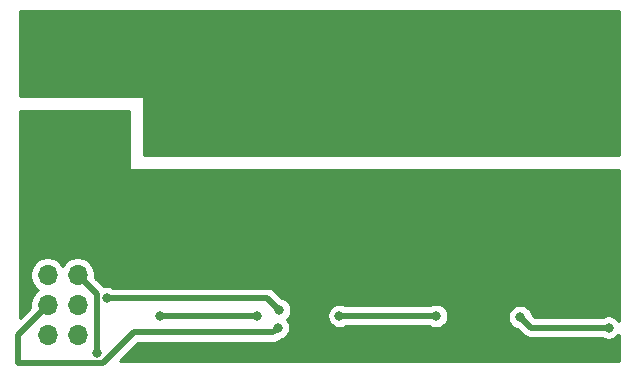
<source format=gbr>
G04 #@! TF.GenerationSoftware,KiCad,Pcbnew,(5.1.5-0)*
G04 #@! TF.CreationDate,2021-08-12T18:14:52-04:00*
G04 #@! TF.ProjectId,ESC_V3,4553435f-5633-42e6-9b69-6361645f7063,rev?*
G04 #@! TF.SameCoordinates,Original*
G04 #@! TF.FileFunction,Copper,L2,Bot*
G04 #@! TF.FilePolarity,Positive*
%FSLAX46Y46*%
G04 Gerber Fmt 4.6, Leading zero omitted, Abs format (unit mm)*
G04 Created by KiCad (PCBNEW (5.1.5-0)) date 2021-08-12 18:14:52*
%MOMM*%
%LPD*%
G04 APERTURE LIST*
%ADD10R,1.700000X1.700000*%
%ADD11O,1.700000X1.700000*%
%ADD12R,5.516000X5.516000*%
%ADD13C,5.516000*%
%ADD14C,0.800000*%
%ADD15C,0.500000*%
%ADD16C,0.254000*%
G04 APERTURE END LIST*
D10*
X107000000Y-85500000D03*
D11*
X109540000Y-85500000D03*
X107000000Y-88040000D03*
X109540000Y-88040000D03*
X107000000Y-90580000D03*
X109540000Y-90580000D03*
X107000000Y-93120000D03*
X109540000Y-93120000D03*
D12*
X109000000Y-77100000D03*
D13*
X109000000Y-69900000D03*
D14*
X145500000Y-77000000D03*
X146500000Y-77000000D03*
X131500000Y-77000000D03*
X132500000Y-77000000D03*
X133500000Y-77000000D03*
X118000000Y-77000000D03*
X119000000Y-77000000D03*
X120000000Y-77000000D03*
X117000000Y-77000000D03*
X116000000Y-77000000D03*
X116000000Y-76000000D03*
X117000000Y-76000000D03*
X118000000Y-76000000D03*
X119000000Y-76000000D03*
X120000000Y-76000000D03*
X120000000Y-75000000D03*
X119000000Y-75000000D03*
X118000000Y-75000000D03*
X117000000Y-75000000D03*
X116000000Y-75000000D03*
X116000000Y-74000000D03*
X117000000Y-74000000D03*
X118000000Y-74000000D03*
X119000000Y-74000000D03*
X120000000Y-74000000D03*
X130500000Y-77000000D03*
X129500000Y-77000000D03*
X129500000Y-76000000D03*
X130500000Y-76000000D03*
X131500000Y-76000000D03*
X132500000Y-76000000D03*
X133500000Y-76000000D03*
X133500000Y-75000000D03*
X132500000Y-75000000D03*
X131500000Y-75000000D03*
X130500000Y-75000000D03*
X129500000Y-75000000D03*
X129500000Y-74000000D03*
X130500000Y-74000000D03*
X131500000Y-74000000D03*
X132500000Y-74000000D03*
X133500000Y-74000000D03*
X147500000Y-77000000D03*
X144500000Y-77000000D03*
X143500000Y-77000000D03*
X143500000Y-76000000D03*
X144500000Y-76000000D03*
X145500000Y-76000000D03*
X146500000Y-76000000D03*
X147500000Y-76000000D03*
X147500000Y-75000000D03*
X146500000Y-75000000D03*
X145500000Y-75000000D03*
X144500000Y-75000000D03*
X143500000Y-75000000D03*
X143500000Y-74000000D03*
X144500000Y-74000000D03*
X145500000Y-74000000D03*
X146500000Y-74000000D03*
X147500000Y-74000000D03*
X150000000Y-84000000D03*
X149000000Y-84000000D03*
X148000000Y-84000000D03*
X147000000Y-84000000D03*
X146000000Y-84000000D03*
X146000000Y-83000000D03*
X147000000Y-83000000D03*
X148000000Y-83000000D03*
X149000000Y-83000000D03*
X150000000Y-83000000D03*
X150000000Y-82000000D03*
X149000000Y-82000000D03*
X148000000Y-82000000D03*
X147000000Y-82000000D03*
X146000000Y-82000000D03*
X146000000Y-81000000D03*
X147000000Y-81000000D03*
X148000000Y-81000000D03*
X149000000Y-81000000D03*
X150000000Y-81000000D03*
X150000000Y-80000000D03*
X149000000Y-80000000D03*
X148000000Y-80000000D03*
X147000000Y-80000000D03*
X146000000Y-80000000D03*
X136500000Y-84000000D03*
X135500000Y-84000000D03*
X134500000Y-84000000D03*
X133500000Y-84000000D03*
X132500000Y-84000000D03*
X132500000Y-83000000D03*
X133500000Y-83000000D03*
X134500000Y-83000000D03*
X135500000Y-83000000D03*
X136500000Y-83000000D03*
X136500000Y-82000000D03*
X135500000Y-82000000D03*
X134500000Y-82000000D03*
X133500000Y-82000000D03*
X132500000Y-82000000D03*
X132500000Y-81000000D03*
X133500000Y-81000000D03*
X134500000Y-81000000D03*
X135500000Y-81000000D03*
X136500000Y-81000000D03*
X136500000Y-80000000D03*
X135500000Y-80000000D03*
X134500000Y-80000000D03*
X133500000Y-80000000D03*
X132500000Y-80000000D03*
X122500000Y-84000000D03*
X121500000Y-84000000D03*
X120500000Y-84000000D03*
X119500000Y-84000000D03*
X118500000Y-84000000D03*
X118500000Y-83000000D03*
X119500000Y-83000000D03*
X120500000Y-83000000D03*
X121500000Y-83000000D03*
X122500000Y-83000000D03*
X122500000Y-82000000D03*
X121500000Y-82000000D03*
X120500000Y-82000000D03*
X119500000Y-82000000D03*
X118500000Y-82000000D03*
X118500000Y-81000000D03*
X119500000Y-81000000D03*
X120500000Y-81000000D03*
X121500000Y-81000000D03*
X122500000Y-81000000D03*
X122500000Y-80000000D03*
X121500000Y-80000000D03*
X120500000Y-80000000D03*
X119500000Y-80000000D03*
X118500000Y-80000000D03*
X115000000Y-86000000D03*
X130500000Y-93500000D03*
X129500000Y-86000000D03*
X146000000Y-93500000D03*
X145000000Y-86500000D03*
X117001041Y-88501041D03*
X124700000Y-91500000D03*
X116500000Y-91500000D03*
X139900000Y-91500000D03*
X131700000Y-91500000D03*
X154500000Y-92500000D03*
X147000000Y-91600000D03*
X111143042Y-94643042D03*
X126500000Y-92500000D03*
X126600021Y-91000000D03*
X112000000Y-90000000D03*
D15*
X124700000Y-91500000D02*
X116500000Y-91500000D01*
X139900000Y-91500000D02*
X131700000Y-91500000D01*
X147900000Y-92500000D02*
X147000000Y-91600000D01*
X154500000Y-92500000D02*
X147900000Y-92500000D01*
X111143042Y-89643042D02*
X109540000Y-88040000D01*
X111143042Y-94643042D02*
X111143042Y-89643042D01*
X104500000Y-93080000D02*
X107000000Y-90580000D01*
X104500000Y-95500000D02*
X104500000Y-93080000D01*
X111710055Y-95500000D02*
X104500000Y-95500000D01*
X126100001Y-92899999D02*
X114310056Y-92899999D01*
X114310056Y-92899999D02*
X111710055Y-95500000D01*
X126500000Y-92500000D02*
X126100001Y-92899999D01*
X125600021Y-90000000D02*
X112000000Y-90000000D01*
X126600021Y-91000000D02*
X125600021Y-90000000D01*
D16*
G36*
X155340000Y-77873000D02*
G01*
X115127000Y-77873000D01*
X115127000Y-73000000D01*
X115124560Y-72975224D01*
X115117333Y-72951399D01*
X115105597Y-72929443D01*
X115089803Y-72910197D01*
X115070557Y-72894403D01*
X115048601Y-72882667D01*
X115024776Y-72875440D01*
X115000000Y-72873000D01*
X104660000Y-72873000D01*
X104660000Y-65660000D01*
X155340000Y-65660000D01*
X155340000Y-77873000D01*
G37*
X155340000Y-77873000D02*
X115127000Y-77873000D01*
X115127000Y-73000000D01*
X115124560Y-72975224D01*
X115117333Y-72951399D01*
X115105597Y-72929443D01*
X115089803Y-72910197D01*
X115070557Y-72894403D01*
X115048601Y-72882667D01*
X115024776Y-72875440D01*
X115000000Y-72873000D01*
X104660000Y-72873000D01*
X104660000Y-65660000D01*
X155340000Y-65660000D01*
X155340000Y-77873000D01*
G36*
X113873000Y-79000000D02*
G01*
X113875440Y-79024776D01*
X113882667Y-79048601D01*
X113894403Y-79070557D01*
X113910197Y-79089803D01*
X113929443Y-79105597D01*
X113951399Y-79117333D01*
X113975224Y-79124560D01*
X114000000Y-79127000D01*
X155340001Y-79127000D01*
X155340001Y-91894200D01*
X155303937Y-91840226D01*
X155159774Y-91696063D01*
X154990256Y-91582795D01*
X154801898Y-91504774D01*
X154601939Y-91465000D01*
X154398061Y-91465000D01*
X154198102Y-91504774D01*
X154009744Y-91582795D01*
X153961546Y-91615000D01*
X148266579Y-91615000D01*
X148006535Y-91354957D01*
X147995226Y-91298102D01*
X147917205Y-91109744D01*
X147803937Y-90940226D01*
X147659774Y-90796063D01*
X147490256Y-90682795D01*
X147301898Y-90604774D01*
X147101939Y-90565000D01*
X146898061Y-90565000D01*
X146698102Y-90604774D01*
X146509744Y-90682795D01*
X146340226Y-90796063D01*
X146196063Y-90940226D01*
X146082795Y-91109744D01*
X146004774Y-91298102D01*
X145965000Y-91498061D01*
X145965000Y-91701939D01*
X146004774Y-91901898D01*
X146082795Y-92090256D01*
X146196063Y-92259774D01*
X146340226Y-92403937D01*
X146509744Y-92517205D01*
X146698102Y-92595226D01*
X146754957Y-92606535D01*
X147243470Y-93095049D01*
X147271183Y-93128817D01*
X147304951Y-93156530D01*
X147304953Y-93156532D01*
X147376452Y-93215210D01*
X147405941Y-93239411D01*
X147559687Y-93321589D01*
X147726510Y-93372195D01*
X147856523Y-93385000D01*
X147856533Y-93385000D01*
X147899999Y-93389281D01*
X147943465Y-93385000D01*
X153961546Y-93385000D01*
X154009744Y-93417205D01*
X154198102Y-93495226D01*
X154398061Y-93535000D01*
X154601939Y-93535000D01*
X154801898Y-93495226D01*
X154990256Y-93417205D01*
X155159774Y-93303937D01*
X155303937Y-93159774D01*
X155340001Y-93105800D01*
X155340001Y-95340000D01*
X113121633Y-95340000D01*
X114676635Y-93784999D01*
X126056532Y-93784999D01*
X126100001Y-93789280D01*
X126143470Y-93784999D01*
X126143478Y-93784999D01*
X126273491Y-93772194D01*
X126440314Y-93721588D01*
X126594060Y-93639410D01*
X126728818Y-93528816D01*
X126747506Y-93506045D01*
X126801898Y-93495226D01*
X126990256Y-93417205D01*
X127159774Y-93303937D01*
X127303937Y-93159774D01*
X127417205Y-92990256D01*
X127495226Y-92801898D01*
X127535000Y-92601939D01*
X127535000Y-92398061D01*
X127495226Y-92198102D01*
X127417205Y-92009744D01*
X127303937Y-91840226D01*
X127263722Y-91800011D01*
X127403958Y-91659774D01*
X127517226Y-91490256D01*
X127555414Y-91398061D01*
X130665000Y-91398061D01*
X130665000Y-91601939D01*
X130704774Y-91801898D01*
X130782795Y-91990256D01*
X130896063Y-92159774D01*
X131040226Y-92303937D01*
X131209744Y-92417205D01*
X131398102Y-92495226D01*
X131598061Y-92535000D01*
X131801939Y-92535000D01*
X132001898Y-92495226D01*
X132190256Y-92417205D01*
X132238454Y-92385000D01*
X139361546Y-92385000D01*
X139409744Y-92417205D01*
X139598102Y-92495226D01*
X139798061Y-92535000D01*
X140001939Y-92535000D01*
X140201898Y-92495226D01*
X140390256Y-92417205D01*
X140559774Y-92303937D01*
X140703937Y-92159774D01*
X140817205Y-91990256D01*
X140895226Y-91801898D01*
X140935000Y-91601939D01*
X140935000Y-91398061D01*
X140895226Y-91198102D01*
X140817205Y-91009744D01*
X140703937Y-90840226D01*
X140559774Y-90696063D01*
X140390256Y-90582795D01*
X140201898Y-90504774D01*
X140001939Y-90465000D01*
X139798061Y-90465000D01*
X139598102Y-90504774D01*
X139409744Y-90582795D01*
X139361546Y-90615000D01*
X132238454Y-90615000D01*
X132190256Y-90582795D01*
X132001898Y-90504774D01*
X131801939Y-90465000D01*
X131598061Y-90465000D01*
X131398102Y-90504774D01*
X131209744Y-90582795D01*
X131040226Y-90696063D01*
X130896063Y-90840226D01*
X130782795Y-91009744D01*
X130704774Y-91198102D01*
X130665000Y-91398061D01*
X127555414Y-91398061D01*
X127595247Y-91301898D01*
X127635021Y-91101939D01*
X127635021Y-90898061D01*
X127595247Y-90698102D01*
X127517226Y-90509744D01*
X127403958Y-90340226D01*
X127259795Y-90196063D01*
X127090277Y-90082795D01*
X126901919Y-90004774D01*
X126845065Y-89993465D01*
X126256555Y-89404956D01*
X126228838Y-89371183D01*
X126094080Y-89260589D01*
X125940334Y-89178411D01*
X125773511Y-89127805D01*
X125643498Y-89115000D01*
X125643490Y-89115000D01*
X125600021Y-89110719D01*
X125556552Y-89115000D01*
X112538454Y-89115000D01*
X112490256Y-89082795D01*
X112301898Y-89004774D01*
X112101939Y-88965000D01*
X111898061Y-88965000D01*
X111748201Y-88994809D01*
X111738091Y-88986512D01*
X111010539Y-88258960D01*
X111025000Y-88186260D01*
X111025000Y-87893740D01*
X110967932Y-87606842D01*
X110855990Y-87336589D01*
X110693475Y-87093368D01*
X110486632Y-86886525D01*
X110243411Y-86724010D01*
X109973158Y-86612068D01*
X109686260Y-86555000D01*
X109393740Y-86555000D01*
X109106842Y-86612068D01*
X108836589Y-86724010D01*
X108593368Y-86886525D01*
X108386525Y-87093368D01*
X108270000Y-87267760D01*
X108153475Y-87093368D01*
X107946632Y-86886525D01*
X107703411Y-86724010D01*
X107433158Y-86612068D01*
X107146260Y-86555000D01*
X106853740Y-86555000D01*
X106566842Y-86612068D01*
X106296589Y-86724010D01*
X106053368Y-86886525D01*
X105846525Y-87093368D01*
X105684010Y-87336589D01*
X105572068Y-87606842D01*
X105515000Y-87893740D01*
X105515000Y-88186260D01*
X105572068Y-88473158D01*
X105684010Y-88743411D01*
X105846525Y-88986632D01*
X106053368Y-89193475D01*
X106227760Y-89310000D01*
X106053368Y-89426525D01*
X105846525Y-89633368D01*
X105684010Y-89876589D01*
X105572068Y-90146842D01*
X105515000Y-90433740D01*
X105515000Y-90726260D01*
X105529461Y-90798960D01*
X104660000Y-91668422D01*
X104660000Y-74127000D01*
X113873000Y-74127000D01*
X113873000Y-79000000D01*
G37*
X113873000Y-79000000D02*
X113875440Y-79024776D01*
X113882667Y-79048601D01*
X113894403Y-79070557D01*
X113910197Y-79089803D01*
X113929443Y-79105597D01*
X113951399Y-79117333D01*
X113975224Y-79124560D01*
X114000000Y-79127000D01*
X155340001Y-79127000D01*
X155340001Y-91894200D01*
X155303937Y-91840226D01*
X155159774Y-91696063D01*
X154990256Y-91582795D01*
X154801898Y-91504774D01*
X154601939Y-91465000D01*
X154398061Y-91465000D01*
X154198102Y-91504774D01*
X154009744Y-91582795D01*
X153961546Y-91615000D01*
X148266579Y-91615000D01*
X148006535Y-91354957D01*
X147995226Y-91298102D01*
X147917205Y-91109744D01*
X147803937Y-90940226D01*
X147659774Y-90796063D01*
X147490256Y-90682795D01*
X147301898Y-90604774D01*
X147101939Y-90565000D01*
X146898061Y-90565000D01*
X146698102Y-90604774D01*
X146509744Y-90682795D01*
X146340226Y-90796063D01*
X146196063Y-90940226D01*
X146082795Y-91109744D01*
X146004774Y-91298102D01*
X145965000Y-91498061D01*
X145965000Y-91701939D01*
X146004774Y-91901898D01*
X146082795Y-92090256D01*
X146196063Y-92259774D01*
X146340226Y-92403937D01*
X146509744Y-92517205D01*
X146698102Y-92595226D01*
X146754957Y-92606535D01*
X147243470Y-93095049D01*
X147271183Y-93128817D01*
X147304951Y-93156530D01*
X147304953Y-93156532D01*
X147376452Y-93215210D01*
X147405941Y-93239411D01*
X147559687Y-93321589D01*
X147726510Y-93372195D01*
X147856523Y-93385000D01*
X147856533Y-93385000D01*
X147899999Y-93389281D01*
X147943465Y-93385000D01*
X153961546Y-93385000D01*
X154009744Y-93417205D01*
X154198102Y-93495226D01*
X154398061Y-93535000D01*
X154601939Y-93535000D01*
X154801898Y-93495226D01*
X154990256Y-93417205D01*
X155159774Y-93303937D01*
X155303937Y-93159774D01*
X155340001Y-93105800D01*
X155340001Y-95340000D01*
X113121633Y-95340000D01*
X114676635Y-93784999D01*
X126056532Y-93784999D01*
X126100001Y-93789280D01*
X126143470Y-93784999D01*
X126143478Y-93784999D01*
X126273491Y-93772194D01*
X126440314Y-93721588D01*
X126594060Y-93639410D01*
X126728818Y-93528816D01*
X126747506Y-93506045D01*
X126801898Y-93495226D01*
X126990256Y-93417205D01*
X127159774Y-93303937D01*
X127303937Y-93159774D01*
X127417205Y-92990256D01*
X127495226Y-92801898D01*
X127535000Y-92601939D01*
X127535000Y-92398061D01*
X127495226Y-92198102D01*
X127417205Y-92009744D01*
X127303937Y-91840226D01*
X127263722Y-91800011D01*
X127403958Y-91659774D01*
X127517226Y-91490256D01*
X127555414Y-91398061D01*
X130665000Y-91398061D01*
X130665000Y-91601939D01*
X130704774Y-91801898D01*
X130782795Y-91990256D01*
X130896063Y-92159774D01*
X131040226Y-92303937D01*
X131209744Y-92417205D01*
X131398102Y-92495226D01*
X131598061Y-92535000D01*
X131801939Y-92535000D01*
X132001898Y-92495226D01*
X132190256Y-92417205D01*
X132238454Y-92385000D01*
X139361546Y-92385000D01*
X139409744Y-92417205D01*
X139598102Y-92495226D01*
X139798061Y-92535000D01*
X140001939Y-92535000D01*
X140201898Y-92495226D01*
X140390256Y-92417205D01*
X140559774Y-92303937D01*
X140703937Y-92159774D01*
X140817205Y-91990256D01*
X140895226Y-91801898D01*
X140935000Y-91601939D01*
X140935000Y-91398061D01*
X140895226Y-91198102D01*
X140817205Y-91009744D01*
X140703937Y-90840226D01*
X140559774Y-90696063D01*
X140390256Y-90582795D01*
X140201898Y-90504774D01*
X140001939Y-90465000D01*
X139798061Y-90465000D01*
X139598102Y-90504774D01*
X139409744Y-90582795D01*
X139361546Y-90615000D01*
X132238454Y-90615000D01*
X132190256Y-90582795D01*
X132001898Y-90504774D01*
X131801939Y-90465000D01*
X131598061Y-90465000D01*
X131398102Y-90504774D01*
X131209744Y-90582795D01*
X131040226Y-90696063D01*
X130896063Y-90840226D01*
X130782795Y-91009744D01*
X130704774Y-91198102D01*
X130665000Y-91398061D01*
X127555414Y-91398061D01*
X127595247Y-91301898D01*
X127635021Y-91101939D01*
X127635021Y-90898061D01*
X127595247Y-90698102D01*
X127517226Y-90509744D01*
X127403958Y-90340226D01*
X127259795Y-90196063D01*
X127090277Y-90082795D01*
X126901919Y-90004774D01*
X126845065Y-89993465D01*
X126256555Y-89404956D01*
X126228838Y-89371183D01*
X126094080Y-89260589D01*
X125940334Y-89178411D01*
X125773511Y-89127805D01*
X125643498Y-89115000D01*
X125643490Y-89115000D01*
X125600021Y-89110719D01*
X125556552Y-89115000D01*
X112538454Y-89115000D01*
X112490256Y-89082795D01*
X112301898Y-89004774D01*
X112101939Y-88965000D01*
X111898061Y-88965000D01*
X111748201Y-88994809D01*
X111738091Y-88986512D01*
X111010539Y-88258960D01*
X111025000Y-88186260D01*
X111025000Y-87893740D01*
X110967932Y-87606842D01*
X110855990Y-87336589D01*
X110693475Y-87093368D01*
X110486632Y-86886525D01*
X110243411Y-86724010D01*
X109973158Y-86612068D01*
X109686260Y-86555000D01*
X109393740Y-86555000D01*
X109106842Y-86612068D01*
X108836589Y-86724010D01*
X108593368Y-86886525D01*
X108386525Y-87093368D01*
X108270000Y-87267760D01*
X108153475Y-87093368D01*
X107946632Y-86886525D01*
X107703411Y-86724010D01*
X107433158Y-86612068D01*
X107146260Y-86555000D01*
X106853740Y-86555000D01*
X106566842Y-86612068D01*
X106296589Y-86724010D01*
X106053368Y-86886525D01*
X105846525Y-87093368D01*
X105684010Y-87336589D01*
X105572068Y-87606842D01*
X105515000Y-87893740D01*
X105515000Y-88186260D01*
X105572068Y-88473158D01*
X105684010Y-88743411D01*
X105846525Y-88986632D01*
X106053368Y-89193475D01*
X106227760Y-89310000D01*
X106053368Y-89426525D01*
X105846525Y-89633368D01*
X105684010Y-89876589D01*
X105572068Y-90146842D01*
X105515000Y-90433740D01*
X105515000Y-90726260D01*
X105529461Y-90798960D01*
X104660000Y-91668422D01*
X104660000Y-74127000D01*
X113873000Y-74127000D01*
X113873000Y-79000000D01*
M02*

</source>
